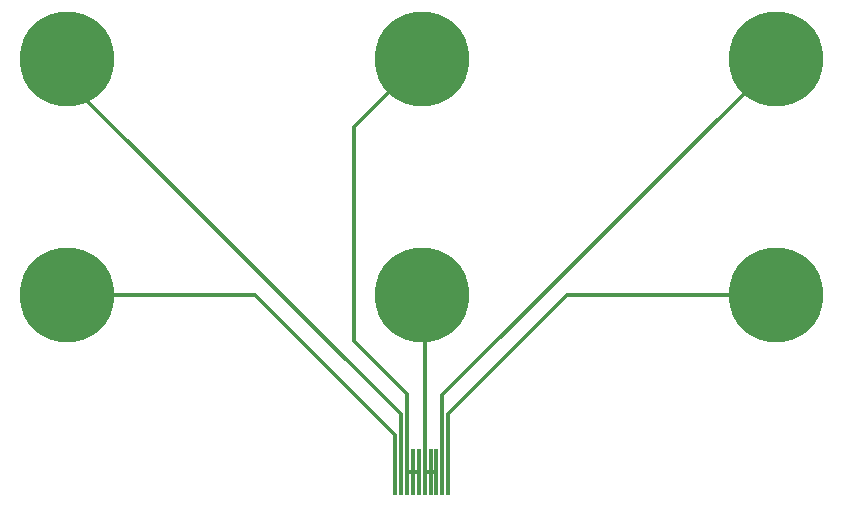
<source format=gtl>
%TF.GenerationSoftware,KiCad,Pcbnew,(5.1.10)-1*%
%TF.CreationDate,2021-07-26T17:23:28+09:00*%
%TF.ProjectId,electrode_FPCB_rev1.1,656c6563-7472-46f6-9465-5f465043425f,1.1*%
%TF.SameCoordinates,Original*%
%TF.FileFunction,Copper,L1,Top*%
%TF.FilePolarity,Positive*%
%FSLAX46Y46*%
G04 Gerber Fmt 4.6, Leading zero omitted, Abs format (unit mm)*
G04 Created by KiCad (PCBNEW (5.1.10)-1) date 2021-07-26 17:23:28*
%MOMM*%
%LPD*%
G01*
G04 APERTURE LIST*
%TA.AperFunction,SMDPad,CuDef*%
%ADD10R,0.300000X4.000000*%
%TD*%
%TA.AperFunction,SMDPad,CuDef*%
%ADD11C,8.000000*%
%TD*%
%TA.AperFunction,Conductor*%
%ADD12C,0.300000*%
%TD*%
G04 APERTURE END LIST*
D10*
%TO.P,CN7,10*%
%TO.N,/CH4*%
X77250000Y-55000000D03*
%TO.P,CN7,9*%
%TO.N,/CH3*%
X76750000Y-55000000D03*
%TO.P,CN7,8*%
%TO.N,/Ground*%
X76250000Y-55000000D03*
%TO.P,CN7,7*%
X75750000Y-55000000D03*
%TO.P,CN7,6*%
X75250000Y-55000000D03*
%TO.P,CN7,5*%
%TO.N,/Reference*%
X74750000Y-55000000D03*
%TO.P,CN7,4*%
X74250000Y-55000000D03*
%TO.P,CN7,3*%
X73750000Y-55000000D03*
%TO.P,CN7,2*%
%TO.N,/CH2*%
X73250000Y-55000000D03*
%TO.P,CN7,1*%
%TO.N,/CH1*%
X72750000Y-55000000D03*
%TD*%
D11*
%TO.P,CN6,1*%
%TO.N,/CH4*%
X105000000Y-40000000D03*
%TD*%
%TO.P,CN5,1*%
%TO.N,/CH3*%
X105000000Y-20000000D03*
%TD*%
%TO.P,CN4,1*%
%TO.N,/CH2*%
X45000000Y-20000000D03*
%TD*%
%TO.P,CN3,1*%
%TO.N,/CH1*%
X45000000Y-40000000D03*
%TD*%
%TO.P,CN2,1*%
%TO.N,/Ground*%
X75000000Y-40000000D03*
%TD*%
%TO.P,CN1,1*%
%TO.N,/Reference*%
X75000000Y-20000000D03*
%TD*%
D12*
%TO.N,/Reference*%
X73750000Y-55000000D02*
X73750000Y-48350000D01*
X73750000Y-48350000D02*
X69250000Y-43850000D01*
X69250000Y-25750000D02*
X75000000Y-20000000D01*
X69250000Y-43850000D02*
X69250000Y-25750000D01*
X73750000Y-55000000D02*
X74250000Y-55000000D01*
X74750000Y-55000000D02*
X74250000Y-55000000D01*
%TO.N,/Ground*%
X75250000Y-40250000D02*
X75000000Y-40000000D01*
X75250000Y-55000000D02*
X75250000Y-40250000D01*
X75250000Y-55000000D02*
X75750000Y-55000000D01*
X76250000Y-55000000D02*
X75750000Y-55000000D01*
%TO.N,/CH1*%
X72750000Y-55000000D02*
X72750000Y-51850000D01*
X60900000Y-40000000D02*
X45000000Y-40000000D01*
X72750000Y-51850000D02*
X60900000Y-40000000D01*
%TO.N,/CH2*%
X73250000Y-55000000D02*
X73250000Y-50100000D01*
X45000000Y-21850000D02*
X45000000Y-20000000D01*
X73250000Y-50100000D02*
X45000000Y-21850000D01*
%TO.N,/CH3*%
X76750000Y-55000000D02*
X76750000Y-48500000D01*
X105000000Y-20250000D02*
X105000000Y-20000000D01*
X76750000Y-48500000D02*
X105000000Y-20250000D01*
%TO.N,/CH4*%
X77250000Y-55000000D02*
X77250000Y-50050000D01*
X87300000Y-40000000D02*
X105000000Y-40000000D01*
X77250000Y-50050000D02*
X87300000Y-40000000D01*
%TD*%
M02*

</source>
